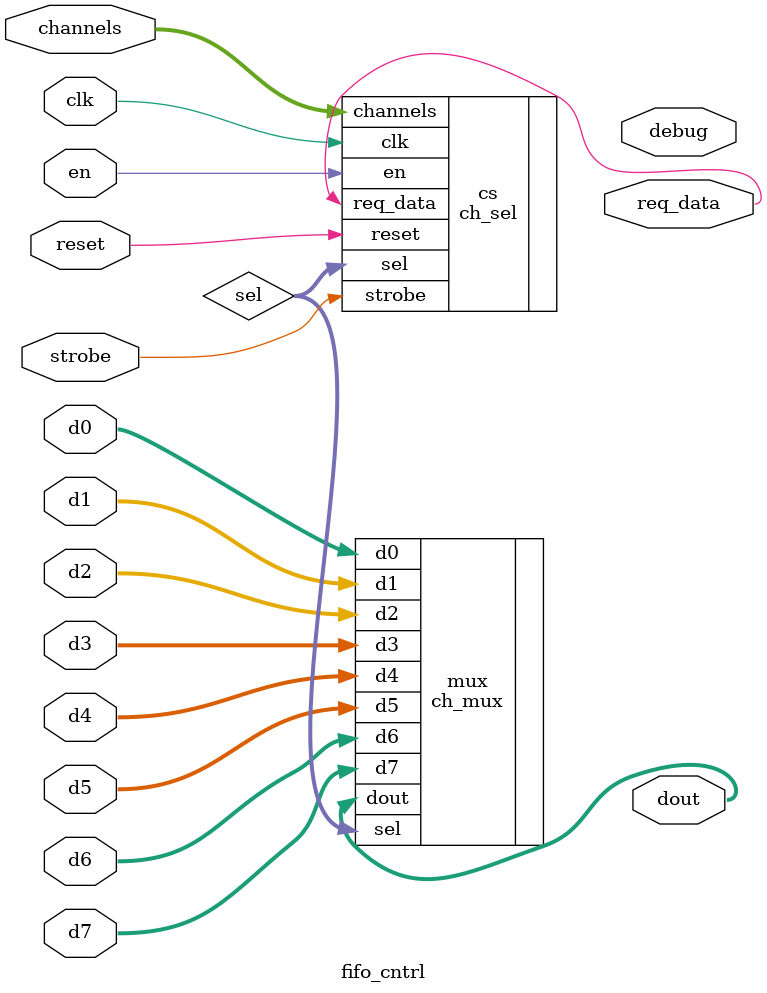
<source format=v>

module fifo_cntrl
  (
   input reset,
   input strobe,
   input clk,
	input en,
   input [2:0] channels,
   input [15:0] d0,
   input [15:0] d1,
   input [15:0] d2,
   input [15:0] d3,
   input [15:0] d4,
   input [15:0] d5,
   input [15:0] d6,
   input [15:0] d7,
   output [15:0] dout,
   output req_data,
   output [7:0] debug
   );

   wire [2:0] 	sel;

   ch_sel cs
     (
      .clk(clk),
      .reset(reset),
		.req_data( req_data ),
      .strobe(strobe),
      .en(en),
      .sel(sel),
      .channels(channels)
      );
   
   ch_mux mux
     (
      .d0(d0),
      .d1(d1),
      .d2(d2),
      .d3(d3),
      .d4(d4),
      .d5(d5),
      .d6(d6),
      .d7(d7),
      .dout(dout),
      .sel(sel)
      );

/* -----\/----- EXCLUDED -----\/-----
   assign 	debug = {
			 channels[2], //7-9
			 sel,      //4-6
			 en,       //3
			 strobe,   //2
			 clk,      //1 
			 reset,    //0
			 };
 -----/\----- EXCLUDED -----/\----- */
endmodule // ch_mux

</source>
